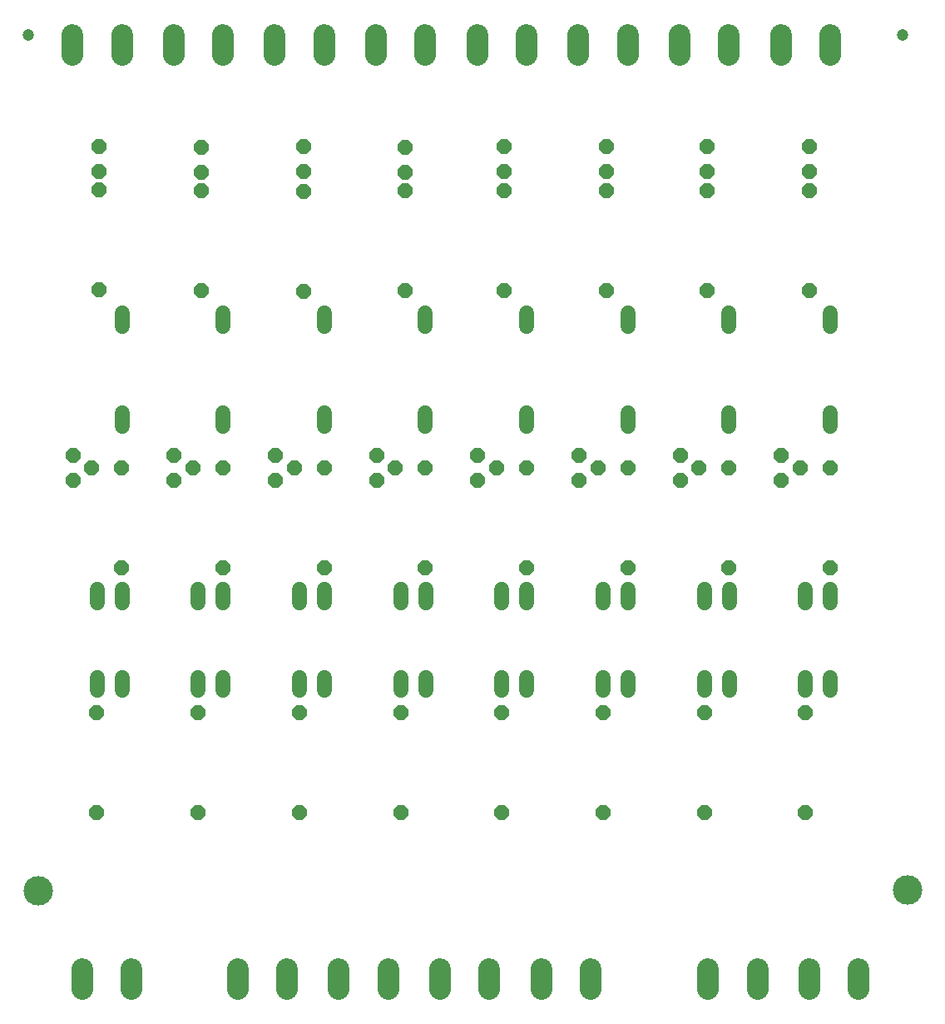
<source format=gbr>
G04 EAGLE Gerber RS-274X export*
G75*
%MOMM*%
%FSLAX34Y34*%
%LPD*%
%INSoldermask Top*%
%IPPOS*%
%AMOC8*
5,1,8,0,0,1.08239X$1,22.5*%
G01*
%ADD10C,1.203200*%
%ADD11C,2.184400*%
%ADD12C,1.524000*%
%ADD13P,1.649562X8X112.500000*%
%ADD14P,1.649562X8X292.500000*%
%ADD15C,3.003200*%


D10*
X920000Y1020000D03*
X30000Y1020000D03*
D11*
X125146Y1019906D02*
X125146Y1000094D01*
X74854Y1000094D02*
X74854Y1019906D01*
D12*
X125400Y737404D02*
X125400Y724196D01*
X125400Y635804D02*
X125400Y622596D01*
X99800Y366900D02*
X99800Y353692D01*
X125200Y353692D02*
X125200Y366900D01*
X125200Y443100D02*
X125200Y456308D01*
X99800Y456308D02*
X99800Y443100D01*
D13*
X99600Y229700D03*
X99600Y331300D03*
X125000Y478700D03*
X125000Y580300D03*
D11*
X824854Y69906D02*
X824854Y50094D01*
X875146Y50094D02*
X875146Y69906D01*
D14*
X75400Y567300D03*
X94450Y580000D03*
X75400Y592700D03*
D12*
X202800Y366900D02*
X202800Y353692D01*
X228200Y353692D02*
X228200Y366900D01*
X228200Y443100D02*
X228200Y456308D01*
X202800Y456308D02*
X202800Y443100D01*
D14*
X178400Y567300D03*
X197450Y580000D03*
X178400Y592700D03*
D13*
X203000Y229200D03*
X203000Y330800D03*
X228000Y478700D03*
X228000Y580300D03*
D12*
X228000Y724196D02*
X228000Y737404D01*
X228000Y635804D02*
X228000Y622596D01*
D11*
X345854Y69906D02*
X345854Y50094D01*
X396146Y50094D02*
X396146Y69906D01*
X228146Y1000094D02*
X228146Y1019906D01*
X177854Y1019906D02*
X177854Y1000094D01*
D12*
X305800Y366900D02*
X305800Y353692D01*
X331200Y353692D02*
X331200Y366900D01*
X331200Y443100D02*
X331200Y456308D01*
X305800Y456308D02*
X305800Y443100D01*
D14*
X281400Y567300D03*
X300450Y580000D03*
X281400Y592700D03*
D13*
X306000Y229200D03*
X306000Y330800D03*
X331000Y478700D03*
X331000Y580300D03*
D12*
X331000Y724196D02*
X331000Y737404D01*
X331000Y635804D02*
X331000Y622596D01*
D11*
X331146Y1000094D02*
X331146Y1019906D01*
X280854Y1019906D02*
X280854Y1000094D01*
D12*
X408800Y366900D02*
X408800Y353692D01*
X434200Y353692D02*
X434200Y366900D01*
X434200Y443100D02*
X434200Y456308D01*
X408800Y456308D02*
X408800Y443100D01*
D14*
X384400Y567300D03*
X403450Y580000D03*
X384400Y592700D03*
D13*
X409000Y229200D03*
X409000Y330800D03*
X434000Y478700D03*
X434000Y580300D03*
D12*
X434000Y724196D02*
X434000Y737404D01*
X434000Y635804D02*
X434000Y622596D01*
D11*
X434146Y1000094D02*
X434146Y1019906D01*
X383854Y1019906D02*
X383854Y1000094D01*
X448854Y69906D02*
X448854Y50094D01*
X499146Y50094D02*
X499146Y69906D01*
D12*
X511800Y353692D02*
X511800Y366900D01*
X537200Y366900D02*
X537200Y353692D01*
X537200Y443100D02*
X537200Y456308D01*
X511800Y456308D02*
X511800Y443100D01*
D14*
X487400Y567300D03*
X506450Y580000D03*
X487400Y592700D03*
D13*
X512000Y229200D03*
X512000Y330800D03*
X537000Y478700D03*
X537000Y580300D03*
D12*
X537000Y724196D02*
X537000Y737404D01*
X537000Y635804D02*
X537000Y622596D01*
D11*
X537146Y1000094D02*
X537146Y1019906D01*
X486854Y1019906D02*
X486854Y1000094D01*
D12*
X614800Y366900D02*
X614800Y353692D01*
X640200Y353692D02*
X640200Y366900D01*
X640200Y443100D02*
X640200Y456308D01*
X614800Y456308D02*
X614800Y443100D01*
D14*
X590400Y567300D03*
X609450Y580000D03*
X590400Y592700D03*
D13*
X615000Y229200D03*
X615000Y330800D03*
X640000Y478700D03*
X640000Y580300D03*
D12*
X640000Y724196D02*
X640000Y737404D01*
X640000Y635804D02*
X640000Y622596D01*
D11*
X640146Y1000094D02*
X640146Y1019906D01*
X589854Y1019906D02*
X589854Y1000094D01*
X551854Y69906D02*
X551854Y50094D01*
X602146Y50094D02*
X602146Y69906D01*
D12*
X717800Y353692D02*
X717800Y366900D01*
X743200Y366900D02*
X743200Y353692D01*
X743200Y443100D02*
X743200Y456308D01*
X717800Y456308D02*
X717800Y443100D01*
D14*
X693400Y567300D03*
X712450Y580000D03*
X693400Y592700D03*
D13*
X718000Y229200D03*
X718000Y330800D03*
X743000Y478700D03*
X743000Y580300D03*
D12*
X743000Y724196D02*
X743000Y737404D01*
X743000Y635804D02*
X743000Y622596D01*
D11*
X743146Y1000094D02*
X743146Y1019906D01*
X692854Y1019906D02*
X692854Y1000094D01*
D12*
X820800Y366900D02*
X820800Y353692D01*
X846200Y353692D02*
X846200Y366900D01*
X846200Y443100D02*
X846200Y456308D01*
X820800Y456308D02*
X820800Y443100D01*
D14*
X796400Y567300D03*
X815450Y580000D03*
X796400Y592700D03*
D13*
X821000Y229200D03*
X821000Y330800D03*
X846000Y478700D03*
X846000Y580300D03*
D12*
X846000Y724196D02*
X846000Y737404D01*
X846000Y635804D02*
X846000Y622596D01*
D11*
X846146Y1000094D02*
X846146Y1019906D01*
X795854Y1019906D02*
X795854Y1000094D01*
D13*
X102000Y881300D03*
X102000Y906700D03*
D14*
X102000Y862800D03*
X102000Y761200D03*
D13*
X206000Y880300D03*
X206000Y905700D03*
D14*
X206000Y861800D03*
X206000Y760200D03*
D13*
X310000Y881300D03*
X310000Y906700D03*
D14*
X310000Y860800D03*
X310000Y759200D03*
D13*
X413000Y880300D03*
X413000Y905700D03*
D14*
X413000Y861800D03*
X413000Y760200D03*
D13*
X514000Y881300D03*
X514000Y906700D03*
D14*
X514000Y861800D03*
X514000Y760200D03*
D13*
X618000Y881300D03*
X618000Y906700D03*
D14*
X618000Y861800D03*
X618000Y760200D03*
D13*
X721000Y881300D03*
X721000Y906700D03*
D14*
X721000Y861800D03*
X721000Y760200D03*
D13*
X825000Y881300D03*
X825000Y906700D03*
D14*
X825000Y861800D03*
X825000Y760200D03*
D11*
X242854Y69906D02*
X242854Y50094D01*
X293146Y50094D02*
X293146Y69906D01*
X84854Y69906D02*
X84854Y50094D01*
X135146Y50094D02*
X135146Y69906D01*
X721854Y69906D02*
X721854Y50094D01*
X772146Y50094D02*
X772146Y69906D01*
D15*
X40000Y150000D03*
X925000Y151000D03*
M02*

</source>
